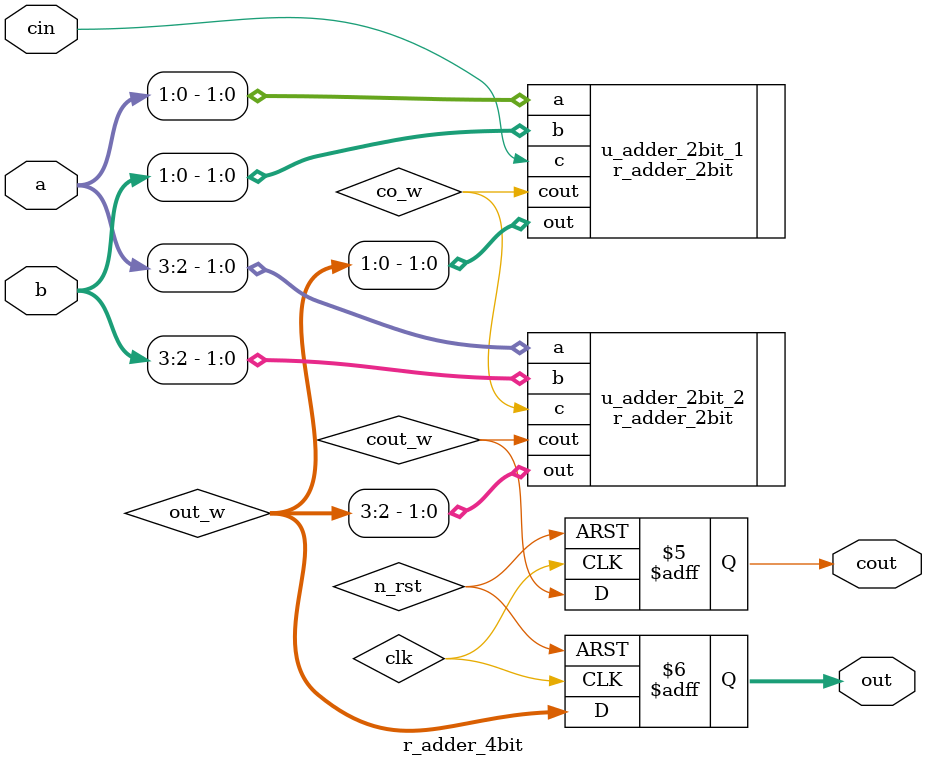
<source format=v>
module r_adder_4bit(
	input	[3:0]	a,
	input	[3:0]	b,
	input			cin,	// carry in

	output	reg	[3:0]	out,
	output				cout	// carry out
);

wire			co_w;

wire	[3:0]	out_w;
wire			cout_w;

// Out Flip Flop
always @(posedge clk or negedge n_rst) begin
	if (!n_rst) begin
		out <= 4'h0;
	end

	else begin
		out <= out_w;
	end
end

// Carry Out Flip Flop
always @(posedge clk or negedge n_rst) begin
	if (!n_rst) begin
		cout <= 1'b0;
	end

	else begin
		cout <= cout_w;
	end
end

r_adder_2bit u_adder_2bit_1(
	.a(a[1:0]),
	.b(b[1:0]),
	.c(cin),
	.out(out_w[1:0]),
	.cout(co_w)
);

r_adder_2bit u_adder_2bit_2(
	.a(a[3:2]),
	.b(b[3:2]),
	.c(co_w),
	.out(out_w[3:2]),
	.cout(cout_w)
);

endmodule

</source>
